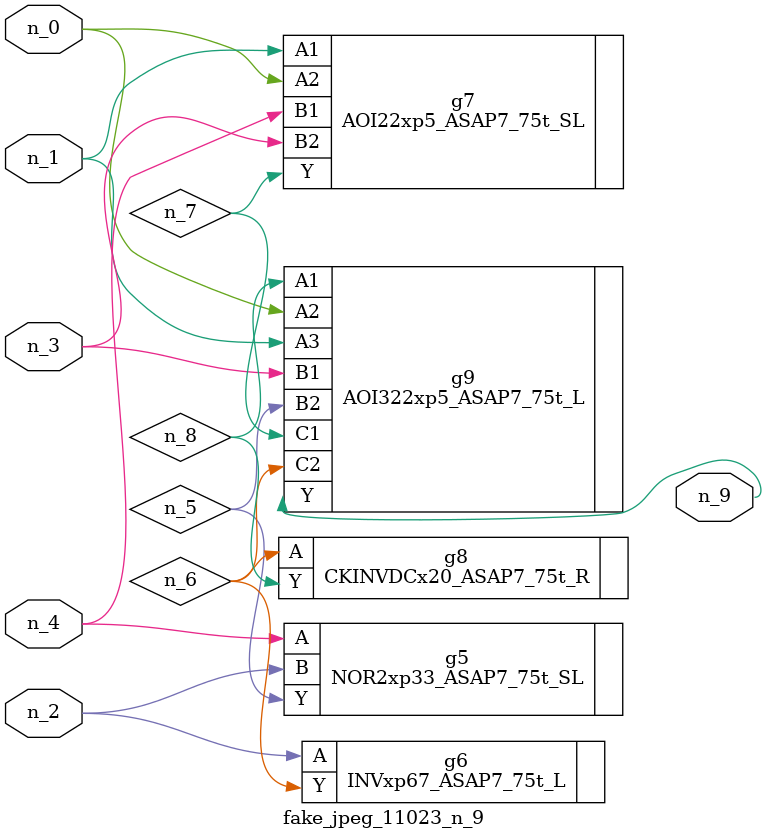
<source format=v>
module fake_jpeg_11023_n_9 (n_3, n_2, n_1, n_0, n_4, n_9);

input n_3;
input n_2;
input n_1;
input n_0;
input n_4;

output n_9;

wire n_8;
wire n_6;
wire n_5;
wire n_7;

NOR2xp33_ASAP7_75t_SL g5 ( 
.A(n_4),
.B(n_2),
.Y(n_5)
);

INVxp67_ASAP7_75t_L g6 ( 
.A(n_2),
.Y(n_6)
);

AOI22xp5_ASAP7_75t_SL g7 ( 
.A1(n_1),
.A2(n_0),
.B1(n_4),
.B2(n_3),
.Y(n_7)
);

CKINVDCx20_ASAP7_75t_R g8 ( 
.A(n_6),
.Y(n_8)
);

AOI322xp5_ASAP7_75t_L g9 ( 
.A1(n_8),
.A2(n_0),
.A3(n_1),
.B1(n_3),
.B2(n_5),
.C1(n_7),
.C2(n_6),
.Y(n_9)
);


endmodule
</source>
